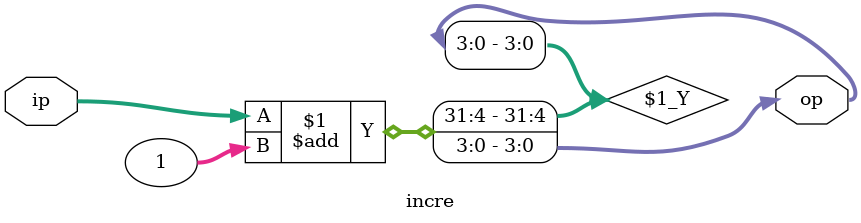
<source format=v>
`timescale 1ns / 1ps

module incre(
   input [3:0]ip,
    output [3:0]op
    );

	 assign op = ip + 1; 
	 
endmodule

</source>
